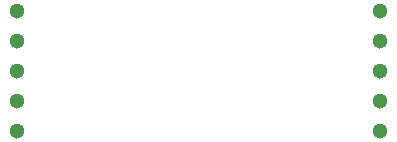
<source format=gbr>
G04*
G04 #@! TF.GenerationSoftware,Altium Limited,Altium Designer,25.0.2 (28)*
G04*
G04 Layer_Physical_Order=2*
G04 Layer_Color=16711680*
%FSLAX25Y25*%
%MOIN*%
G70*
G04*
G04 #@! TF.SameCoordinates,3DC6336E-5C34-4527-9770-C00B4075D205*
G04*
G04*
G04 #@! TF.FilePolarity,Positive*
G04*
G01*
G75*
%ADD19C,0.05118*%
D19*
X14500Y12000D02*
D03*
Y22000D02*
D03*
Y32000D02*
D03*
Y42000D02*
D03*
Y52000D02*
D03*
X135500Y12000D02*
D03*
Y22000D02*
D03*
Y32000D02*
D03*
Y42000D02*
D03*
Y52000D02*
D03*
M02*

</source>
